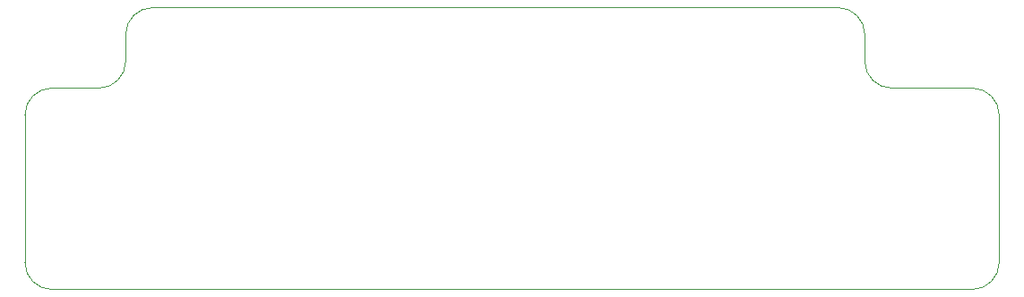
<source format=gbr>
%TF.GenerationSoftware,KiCad,Pcbnew,7.0.8*%
%TF.CreationDate,2024-02-10T17:45:33+01:00*%
%TF.ProjectId,HatV4,48617456-342e-46b6-9963-61645f706362,V2*%
%TF.SameCoordinates,Original*%
%TF.FileFunction,Profile,NP*%
%FSLAX46Y46*%
G04 Gerber Fmt 4.6, Leading zero omitted, Abs format (unit mm)*
G04 Created by KiCad (PCBNEW 7.0.8) date 2024-02-10 17:45:33*
%MOMM*%
%LPD*%
G01*
G04 APERTURE LIST*
%TA.AperFunction,Profile*%
%ADD10C,0.100000*%
%TD*%
G04 APERTURE END LIST*
D10*
X179857400Y-95529400D02*
G75*
G03*
X182397400Y-98069400I2540000J0D01*
G01*
X190017400Y-117119400D02*
X103022400Y-117119400D01*
X192557400Y-100609400D02*
G75*
G03*
X190017400Y-98069400I-2540000J0D01*
G01*
X112547400Y-90449400D02*
G75*
G03*
X110007400Y-92989400I0J-2540000D01*
G01*
X107467400Y-98069400D02*
G75*
G03*
X110007400Y-95529400I0J2540000D01*
G01*
X192557400Y-100609400D02*
X192557400Y-114579400D01*
X190017400Y-117119400D02*
G75*
G03*
X192557400Y-114579400I0J2540000D01*
G01*
X179857400Y-92989400D02*
X179857400Y-95529400D01*
X103022400Y-98069400D02*
G75*
G03*
X100482400Y-100609400I0J-2540000D01*
G01*
X100482400Y-114579400D02*
X100482400Y-100609400D01*
X103022400Y-98069400D02*
X107467400Y-98069400D01*
X182397400Y-98069400D02*
X190017400Y-98069400D01*
X179857400Y-92989400D02*
G75*
G03*
X177317400Y-90449400I-2540000J0D01*
G01*
X112547400Y-90449400D02*
X177317400Y-90449400D01*
X100482400Y-114579400D02*
G75*
G03*
X103022400Y-117119400I2540000J0D01*
G01*
X110007400Y-95529400D02*
X110007400Y-92989400D01*
M02*

</source>
